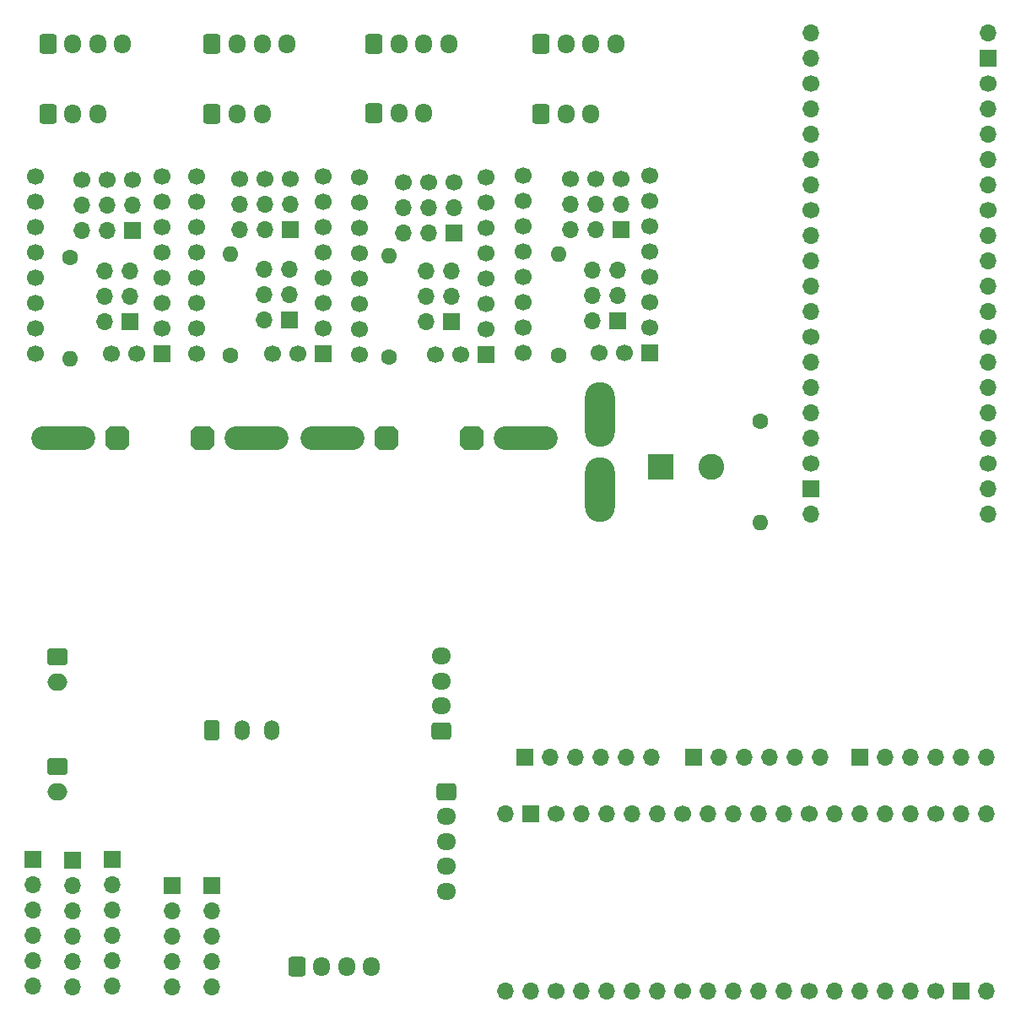
<source format=gbr>
%TF.GenerationSoftware,KiCad,Pcbnew,9.0.0*%
%TF.CreationDate,2025-03-23T11:29:05+11:00*%
%TF.ProjectId,OpenA1K,4f70656e-4131-44b2-9e6b-696361645f70,1*%
%TF.SameCoordinates,Original*%
%TF.FileFunction,Copper,L1,Top*%
%TF.FilePolarity,Positive*%
%FSLAX46Y46*%
G04 Gerber Fmt 4.6, Leading zero omitted, Abs format (unit mm)*
G04 Created by KiCad (PCBNEW 9.0.0) date 2025-03-23 11:29:05*
%MOMM*%
%LPD*%
G01*
G04 APERTURE LIST*
G04 Aperture macros list*
%AMRoundRect*
0 Rectangle with rounded corners*
0 $1 Rounding radius*
0 $2 $3 $4 $5 $6 $7 $8 $9 X,Y pos of 4 corners*
0 Add a 4 corners polygon primitive as box body*
4,1,4,$2,$3,$4,$5,$6,$7,$8,$9,$2,$3,0*
0 Add four circle primitives for the rounded corners*
1,1,$1+$1,$2,$3*
1,1,$1+$1,$4,$5*
1,1,$1+$1,$6,$7*
1,1,$1+$1,$8,$9*
0 Add four rect primitives between the rounded corners*
20,1,$1+$1,$2,$3,$4,$5,0*
20,1,$1+$1,$4,$5,$6,$7,0*
20,1,$1+$1,$6,$7,$8,$9,0*
20,1,$1+$1,$8,$9,$2,$3,0*%
%AMOutline5P*
0 Free polygon, 5 corners , with rotation*
0 The origin of the aperture is its center*
0 number of corners: always 5*
0 $1 to $10 corner X, Y*
0 $11 Rotation angle, in degrees counterclockwise*
0 create outline with 5 corners*
4,1,5,$1,$2,$3,$4,$5,$6,$7,$8,$9,$10,$1,$2,$11*%
%AMOutline6P*
0 Free polygon, 6 corners , with rotation*
0 The origin of the aperture is its center*
0 number of corners: always 6*
0 $1 to $12 corner X, Y*
0 $13 Rotation angle, in degrees counterclockwise*
0 create outline with 6 corners*
4,1,6,$1,$2,$3,$4,$5,$6,$7,$8,$9,$10,$11,$12,$1,$2,$13*%
%AMOutline7P*
0 Free polygon, 7 corners , with rotation*
0 The origin of the aperture is its center*
0 number of corners: always 7*
0 $1 to $14 corner X, Y*
0 $15 Rotation angle, in degrees counterclockwise*
0 create outline with 7 corners*
4,1,7,$1,$2,$3,$4,$5,$6,$7,$8,$9,$10,$11,$12,$13,$14,$1,$2,$15*%
%AMOutline8P*
0 Free polygon, 8 corners , with rotation*
0 The origin of the aperture is its center*
0 number of corners: always 8*
0 $1 to $16 corner X, Y*
0 $17 Rotation angle, in degrees counterclockwise*
0 create outline with 8 corners*
4,1,8,$1,$2,$3,$4,$5,$6,$7,$8,$9,$10,$11,$12,$13,$14,$15,$16,$1,$2,$17*%
G04 Aperture macros list end*
%TA.AperFunction,ComponentPad*%
%ADD10RoundRect,0.250001X-0.499999X-0.759999X0.499999X-0.759999X0.499999X0.759999X-0.499999X0.759999X0*%
%TD*%
%TA.AperFunction,ComponentPad*%
%ADD11O,1.500000X2.020000*%
%TD*%
%TA.AperFunction,ComponentPad*%
%ADD12O,2.000000X1.700000*%
%TD*%
%TA.AperFunction,ComponentPad*%
%ADD13RoundRect,0.250000X-0.750000X0.600000X-0.750000X-0.600000X0.750000X-0.600000X0.750000X0.600000X0*%
%TD*%
%TA.AperFunction,ComponentPad*%
%ADD14RoundRect,0.250000X-0.600000X-0.725000X0.600000X-0.725000X0.600000X0.725000X-0.600000X0.725000X0*%
%TD*%
%TA.AperFunction,ComponentPad*%
%ADD15O,1.700000X1.950000*%
%TD*%
%TA.AperFunction,ComponentPad*%
%ADD16RoundRect,0.250000X-0.725000X0.600000X-0.725000X-0.600000X0.725000X-0.600000X0.725000X0.600000X0*%
%TD*%
%TA.AperFunction,ComponentPad*%
%ADD17O,1.950000X1.700000*%
%TD*%
%TA.AperFunction,ComponentPad*%
%ADD18O,1.700000X1.700000*%
%TD*%
%TA.AperFunction,ComponentPad*%
%ADD19R,1.700000X1.700000*%
%TD*%
%TA.AperFunction,ComponentPad*%
%ADD20RoundRect,0.250000X0.725000X-0.600000X0.725000X0.600000X-0.725000X0.600000X-0.725000X-0.600000X0*%
%TD*%
%TA.AperFunction,ComponentPad*%
%ADD21C,1.700000*%
%TD*%
%TA.AperFunction,ComponentPad*%
%ADD22C,1.600000*%
%TD*%
%TA.AperFunction,ComponentPad*%
%ADD23O,1.600000X1.600000*%
%TD*%
%TA.AperFunction,ComponentPad*%
%ADD24O,3.000000X6.500000*%
%TD*%
%TA.AperFunction,ComponentPad*%
%ADD25Outline8P,-1.200000X0.720000X-0.720000X1.200000X0.720000X1.200000X1.200000X0.720000X1.200000X-0.720000X0.720000X-1.200000X-0.720000X-1.200000X-1.200000X-0.720000X0.000000*%
%TD*%
%TA.AperFunction,ComponentPad*%
%ADD26O,6.400000X2.400000*%
%TD*%
%TA.AperFunction,ComponentPad*%
%ADD27Outline8P,-1.200000X0.720000X-0.720000X1.200000X0.720000X1.200000X1.200000X0.720000X1.200000X-0.720000X0.720000X-1.200000X-0.720000X-1.200000X-1.200000X-0.720000X180.000000*%
%TD*%
%TA.AperFunction,ComponentPad*%
%ADD28R,2.600000X2.600000*%
%TD*%
%TA.AperFunction,ComponentPad*%
%ADD29C,2.600000*%
%TD*%
G04 APERTURE END LIST*
D10*
%TO.P,J26,1,Pin_1*%
%TO.N,/Toolhead-OpenA1K/24v*%
X77500000Y-107320000D03*
D11*
%TO.P,J26,2,Pin_2*%
%TO.N,/Toolhead-OpenA1K/COIL-A2*%
X80500000Y-107320000D03*
%TO.P,J26,3,Pin_3*%
%TO.N,/Toolhead-OpenA1K/GND*%
X83500000Y-107320000D03*
%TD*%
D12*
%TO.P,J16,2,Pin_2*%
%TO.N,Net-(D1-K)*%
X62000000Y-113500000D03*
D13*
%TO.P,J16,1,Pin_1*%
%TO.N,Net-(D1-A)*%
X62000000Y-111000000D03*
%TD*%
%TO.P,J17,1,Pin_1*%
%TO.N,/Toolhead-OpenA1K/3V3*%
X62000000Y-100000000D03*
D12*
%TO.P,J17,2,Pin_2*%
%TO.N,/Toolhead-OpenA1K/THM_SG*%
X62000000Y-102500000D03*
%TD*%
D14*
%TO.P,J18,1,Pin_1*%
%TO.N,/Toolhead-OpenA1K/GND*%
X86000000Y-131000000D03*
D15*
%TO.P,J18,2,Pin_2*%
%TO.N,/Toolhead-OpenA1K/24V*%
X88500000Y-131000000D03*
%TO.P,J18,3,Pin_3*%
%TO.N,/Toolhead-OpenA1K/PCF_SG*%
X91000000Y-131000000D03*
%TO.P,J18,4,Pin_4*%
%TO.N,/Toolhead-OpenA1K/EXF_PWM*%
X93500000Y-131000000D03*
%TD*%
D16*
%TO.P,J19,1,Pin_1*%
%TO.N,unconnected-(J19-Pin_1-Pad1)*%
X101000000Y-113500000D03*
D17*
%TO.P,J19,2,Pin_2*%
%TO.N,/Toolhead-OpenA1K/GND_LV*%
X101000000Y-116000000D03*
%TO.P,J19,3,Pin_3*%
%TO.N,/Toolhead-OpenA1K/5V*%
X101000000Y-118500000D03*
%TO.P,J19,4,Pin_4*%
%TO.N,/Toolhead-OpenA1K/EXF_SG*%
X101000000Y-121000000D03*
%TO.P,J19,5,Pin_5*%
%TO.N,/Toolhead-OpenA1K/EXF_PWM*%
X101000000Y-123500000D03*
%TD*%
D18*
%TO.P,J25,6,Pin_6*%
%TO.N,/Toolhead-OpenA1K/GND_SP*%
X121540000Y-110000000D03*
%TO.P,J25,5,Pin_5*%
X119000000Y-110000000D03*
%TO.P,J25,4,Pin_4*%
%TO.N,/Toolhead-OpenA1K/5V_SP*%
X116460000Y-110000000D03*
%TO.P,J25,3,Pin_3*%
%TO.N,/Toolhead-OpenA1K/3V3_SP*%
X113920000Y-110000000D03*
%TO.P,J25,2,Pin_2*%
%TO.N,/Toolhead-OpenA1K/GND_SP*%
X111380000Y-110000000D03*
D19*
%TO.P,J25,1,Pin_1*%
X108840000Y-110000000D03*
%TD*%
D17*
%TO.P,ExtruderMotor1,4,Pin_4*%
%TO.N,/Toolhead-OpenA1K/COIL-A2*%
X100500000Y-99900000D03*
%TO.P,ExtruderMotor1,3,Pin_3*%
%TO.N,/Toolhead-OpenA1K/COIL-A1*%
X100500000Y-102400000D03*
%TO.P,ExtruderMotor1,2,Pin_2*%
%TO.N,/Toolhead-OpenA1K/COIL-B1*%
X100500000Y-104900000D03*
D20*
%TO.P,ExtruderMotor1,1,Pin_1*%
%TO.N,/Toolhead-OpenA1K/COIL-B2*%
X100500000Y-107400000D03*
%TD*%
D18*
%TO.P,J23,6,Pin_6*%
%TO.N,Net-(J23-Pin_6)*%
X138540000Y-110000000D03*
%TO.P,J23,5,Pin_5*%
%TO.N,Net-(J23-Pin_5)*%
X136000000Y-110000000D03*
%TO.P,J23,4,Pin_4*%
%TO.N,Net-(J23-Pin_4)*%
X133460000Y-110000000D03*
%TO.P,J23,3,Pin_3*%
%TO.N,Net-(J23-Pin_3)*%
X130920000Y-110000000D03*
%TO.P,J23,2,Pin_2*%
%TO.N,Net-(J23-Pin_2)*%
X128380000Y-110000000D03*
D19*
%TO.P,J23,1,Pin_1*%
%TO.N,Net-(J23-Pin_1)*%
X125840000Y-110000000D03*
%TD*%
D18*
%TO.P,U2,40,VBUS*%
%TO.N,/Toolhead-OpenA1K/5V_SP*%
X106920000Y-115720000D03*
D19*
%TO.P,U2,39,VSYS*%
%TO.N,unconnected-(U2-VSYS-Pad39)*%
X109460000Y-115720000D03*
D21*
%TO.P,U2,38,GND*%
%TO.N,unconnected-(U2-GND-Pad38)*%
X112000000Y-115720000D03*
D18*
%TO.P,U2,37,3V3_EN*%
%TO.N,unconnected-(U2-3V3_EN-Pad37)*%
X114540000Y-115720000D03*
%TO.P,U2,36,3V3*%
%TO.N,/Toolhead-OpenA1K/3V3_SP*%
X117080000Y-115720000D03*
%TO.P,U2,35,ADC_VREF*%
%TO.N,unconnected-(U2-ADC_VREF-Pad35)*%
X119620000Y-115720000D03*
%TO.P,U2,34,GPIO28_ADC2*%
%TO.N,unconnected-(U2-GPIO28_ADC2-Pad34)*%
X122160000Y-115720000D03*
D21*
%TO.P,U2,33,AGND*%
%TO.N,unconnected-(U2-AGND-Pad33)*%
X124700000Y-115720000D03*
D18*
%TO.P,U2,32,GPIO27_ADC1*%
%TO.N,unconnected-(U2-GPIO27_ADC1-Pad32)*%
X127240000Y-115720000D03*
%TO.P,U2,31,GPIO26_ADC0*%
%TO.N,Net-(J23-Pin_4)*%
X129780000Y-115720000D03*
%TO.P,U2,30,RUN*%
%TO.N,unconnected-(U2-RUN-Pad30)*%
X132320000Y-115720000D03*
%TO.P,U2,29,GPIO22*%
%TO.N,unconnected-(U2-GPIO22-Pad29)*%
X134860000Y-115720000D03*
D21*
%TO.P,U2,28,GND*%
%TO.N,unconnected-(U2-GND-Pad28)*%
X137400000Y-115720000D03*
D18*
%TO.P,U2,27,GPIO21*%
%TO.N,unconnected-(U2-GPIO21-Pad27)*%
X139940000Y-115720000D03*
%TO.P,U2,26,GPIO20*%
%TO.N,unconnected-(U2-GPIO20-Pad26)*%
X142480000Y-115720000D03*
%TO.P,U2,25,GPIO19*%
%TO.N,unconnected-(U2-GPIO19-Pad25)*%
X145020000Y-115720000D03*
%TO.P,U2,24,GPIO18*%
%TO.N,unconnected-(U2-GPIO18-Pad24)*%
X147560000Y-115720000D03*
D21*
%TO.P,U2,23,GND*%
%TO.N,unconnected-(U2-GND-Pad23)*%
X150100000Y-115720000D03*
D18*
%TO.P,U2,22,GPIO17*%
%TO.N,unconnected-(U2-GPIO17-Pad22)*%
X152640000Y-115720000D03*
%TO.P,U2,21,GPIO16*%
%TO.N,unconnected-(U2-GPIO16-Pad21)*%
X155180000Y-115720000D03*
%TO.P,U2,20,GPIO15*%
%TO.N,unconnected-(U2-GPIO15-Pad20)*%
X155180000Y-133500000D03*
D19*
%TO.P,U2,19,GPIO14*%
%TO.N,unconnected-(U2-GPIO14-Pad19)*%
X152640000Y-133500000D03*
D21*
%TO.P,U2,18,GND*%
%TO.N,unconnected-(U2-GND-Pad18)*%
X150100000Y-133500000D03*
D18*
%TO.P,U2,17,GPIO13*%
%TO.N,unconnected-(U2-GPIO13-Pad17)*%
X147560000Y-133500000D03*
%TO.P,U2,16,GPIO12*%
%TO.N,unconnected-(U2-GPIO12-Pad16)*%
X145020000Y-133500000D03*
%TO.P,U2,15,GPIO11*%
%TO.N,unconnected-(U2-GPIO11-Pad15)*%
X142480000Y-133500000D03*
%TO.P,U2,14,GPIO10*%
%TO.N,Net-(J23-Pin_6)*%
X139940000Y-133500000D03*
D21*
%TO.P,U2,13,GND*%
%TO.N,/Toolhead-OpenA1K/GND_SP*%
X137400000Y-133500000D03*
D18*
%TO.P,U2,12,GPIO9*%
%TO.N,Net-(J23-Pin_5)*%
X134860000Y-133500000D03*
%TO.P,U2,11,GPIO8*%
%TO.N,Net-(J23-Pin_3)*%
X132320000Y-133500000D03*
%TO.P,U2,10,GPIO7*%
%TO.N,Net-(J23-Pin_2)*%
X129780000Y-133500000D03*
%TO.P,U2,9,GPIO6*%
%TO.N,Net-(J23-Pin_1)*%
X127240000Y-133500000D03*
D21*
%TO.P,U2,8,GND*%
%TO.N,/Toolhead-OpenA1K/GND_SP*%
X124700000Y-133500000D03*
D18*
%TO.P,U2,7,GPIO5*%
%TO.N,Net-(J22-Pin_6)*%
X122160000Y-133500000D03*
%TO.P,U2,6,GPIO4*%
%TO.N,Net-(J22-Pin_5)*%
X119620000Y-133500000D03*
%TO.P,U2,5,GPIO3*%
%TO.N,Net-(J22-Pin_4)*%
X117080000Y-133500000D03*
%TO.P,U2,4,GPIO2*%
%TO.N,Net-(J22-Pin_3)*%
X114540000Y-133500000D03*
D21*
%TO.P,U2,3,GND*%
%TO.N,/Toolhead-OpenA1K/GND_SP*%
X112000000Y-133500000D03*
D18*
%TO.P,U2,2,GPIO1*%
%TO.N,Net-(J22-Pin_2)*%
X109460000Y-133500000D03*
%TO.P,U2,1,GPIO0*%
%TO.N,Net-(J22-Pin_1)*%
X106920000Y-133500000D03*
%TD*%
%TO.P,J22,6,Pin_6*%
%TO.N,Net-(J22-Pin_6)*%
X155160000Y-110000000D03*
%TO.P,J22,5,Pin_5*%
%TO.N,Net-(J22-Pin_5)*%
X152620000Y-110000000D03*
%TO.P,J22,4,Pin_4*%
%TO.N,Net-(J22-Pin_4)*%
X150080000Y-110000000D03*
%TO.P,J22,3,Pin_3*%
%TO.N,Net-(J22-Pin_3)*%
X147540000Y-110000000D03*
%TO.P,J22,2,Pin_2*%
%TO.N,Net-(J22-Pin_2)*%
X145000000Y-110000000D03*
D19*
%TO.P,J22,1,Pin_1*%
%TO.N,Net-(J22-Pin_1)*%
X142460000Y-110000000D03*
%TD*%
%TO.P,J24,1,Pin_1*%
%TO.N,/Toolhead-OpenA1K/GND_LV*%
X67500000Y-120300000D03*
D18*
%TO.P,J24,2,Pin_2*%
X67500000Y-122840000D03*
%TO.P,J24,3,Pin_3*%
%TO.N,/Toolhead-OpenA1K/3V3*%
X67500000Y-125380000D03*
%TO.P,J24,4,Pin_4*%
%TO.N,/Toolhead-OpenA1K/5V*%
X67500000Y-127920000D03*
%TO.P,J24,5,Pin_5*%
%TO.N,/Toolhead-OpenA1K/GND_LV*%
X67500000Y-130460000D03*
%TO.P,J24,6,Pin_6*%
X67500000Y-133000000D03*
%TD*%
D22*
%TO.P,R5,1*%
%TO.N,/Mainboard-OpenA1K/UART_TX*%
X132500000Y-76340000D03*
D23*
%TO.P,R5,2*%
%TO.N,/Mainboard-OpenA1K/UART_RX*%
X132500000Y-86500000D03*
%TD*%
D24*
%TO.P,F1,1*%
%TO.N,Net-(J9-Pin_2)*%
X116404999Y-75670000D03*
%TO.P,F1,2*%
%TO.N,VDD*%
X116405000Y-83170000D03*
%TD*%
D25*
%TO.P,C4,1*%
%TO.N,VDD*%
X103500000Y-78000000D03*
D26*
%TO.P,C4,2*%
%TO.N,GND*%
X108960000Y-78000000D03*
%TD*%
D27*
%TO.P,C3,1*%
%TO.N,VDD*%
X95000000Y-78000000D03*
D26*
%TO.P,C3,2*%
%TO.N,GND*%
X89540000Y-78000000D03*
%TD*%
D25*
%TO.P,C2,1*%
%TO.N,VDD*%
X76500000Y-78000000D03*
D26*
%TO.P,C2,2*%
%TO.N,GND*%
X81960000Y-78000000D03*
%TD*%
D27*
%TO.P,C1,1*%
%TO.N,VDD*%
X68000000Y-78000000D03*
D26*
%TO.P,C1,2*%
%TO.N,GND*%
X62540000Y-78000000D03*
%TD*%
D18*
%TO.P,U1,1,GPIO0*%
%TO.N,/Mainboard-OpenA1K/M1-EN*%
X137610000Y-37370000D03*
%TO.P,U1,2,GPIO1*%
%TO.N,/Mainboard-OpenA1K/M1-DIAG*%
X137610000Y-39910000D03*
D21*
%TO.P,U1,3,GND*%
%TO.N,GND*%
X137610000Y-42450000D03*
D18*
%TO.P,U1,4,GPIO2*%
%TO.N,/Mainboard-OpenA1K/M1-STEP*%
X137610000Y-44990000D03*
%TO.P,U1,5,GPIO3*%
%TO.N,/Mainboard-OpenA1K/M1-DIR*%
X137610000Y-47530000D03*
%TO.P,U1,6,GPIO4*%
%TO.N,/Mainboard-OpenA1K/SPI_CS1*%
X137610000Y-50070000D03*
%TO.P,U1,7,GPIO5*%
%TO.N,/Mainboard-OpenA1K/M2-EN*%
X137610000Y-52610000D03*
D21*
%TO.P,U1,8,GND*%
%TO.N,GND*%
X137610000Y-55150000D03*
D18*
%TO.P,U1,9,GPIO6*%
%TO.N,/Mainboard-OpenA1K/M2-DIAG*%
X137610000Y-57690000D03*
%TO.P,U1,10,GPIO7*%
%TO.N,/Mainboard-OpenA1K/M2-STEP*%
X137610000Y-60230000D03*
%TO.P,U1,11,GPIO8*%
%TO.N,/Mainboard-OpenA1K/M2-DIR*%
X137610000Y-62770000D03*
%TO.P,U1,12,GPIO9*%
%TO.N,/Mainboard-OpenA1K/SPI_CS2*%
X137610000Y-65310000D03*
D21*
%TO.P,U1,13,GND*%
%TO.N,GND*%
X137610000Y-67850000D03*
D18*
%TO.P,U1,14,GPIO10*%
%TO.N,/Mainboard-OpenA1K/M3-EN*%
X137610000Y-70390000D03*
%TO.P,U1,15,GPIO11*%
%TO.N,/Mainboard-OpenA1K/M3-DIAG*%
X137610000Y-72930000D03*
%TO.P,U1,16,GPIO12*%
%TO.N,/Mainboard-OpenA1K/M3-STEP*%
X137610000Y-75470000D03*
%TO.P,U1,17,GPIO13*%
%TO.N,/Mainboard-OpenA1K/M3-DIR*%
X137610000Y-78010000D03*
D21*
%TO.P,U1,18,GND*%
%TO.N,GND*%
X137610000Y-80550000D03*
D19*
%TO.P,U1,19,GPIO14*%
%TO.N,/Mainboard-OpenA1K/UART_TX*%
X137610000Y-83090000D03*
D18*
%TO.P,U1,20,GPIO15*%
%TO.N,/Mainboard-OpenA1K/UART_RX*%
X137610000Y-85630000D03*
%TO.P,U1,21,GPIO16*%
%TO.N,SPI_MISO*%
X155390000Y-85630000D03*
%TO.P,U1,22,GPIO17*%
%TO.N,/Mainboard-OpenA1K/SPI_CS4*%
X155390000Y-83090000D03*
D21*
%TO.P,U1,23,GND*%
%TO.N,GND*%
X155390000Y-80550000D03*
D18*
%TO.P,U1,24,GPIO18*%
%TO.N,SPI_SCK*%
X155390000Y-78010000D03*
%TO.P,U1,25,GPIO19*%
%TO.N,SPI_MOSI*%
X155390000Y-75470000D03*
%TO.P,U1,26,GPIO20*%
%TO.N,/Mainboard-OpenA1K/M4-DIR*%
X155390000Y-72930000D03*
%TO.P,U1,27,GPIO21*%
%TO.N,/Mainboard-OpenA1K/SPARE*%
X155390000Y-70390000D03*
D21*
%TO.P,U1,28,GND*%
%TO.N,GND*%
X155390000Y-67850000D03*
D18*
%TO.P,U1,29,GPIO22*%
%TO.N,/Mainboard-OpenA1K/M4-STEP*%
X155390000Y-65310000D03*
%TO.P,U1,30,RUN*%
%TO.N,unconnected-(U1-RUN-Pad30)*%
X155390000Y-62770000D03*
%TO.P,U1,31,GPIO26_ADC0*%
%TO.N,/Mainboard-OpenA1K/M4-DIAG*%
X155390000Y-60230000D03*
%TO.P,U1,32,GPIO27_ADC1*%
%TO.N,/Mainboard-OpenA1K/M4-EN*%
X155390000Y-57690000D03*
D21*
%TO.P,U1,33,AGND*%
%TO.N,GND*%
X155390000Y-55150000D03*
D18*
%TO.P,U1,34,GPIO28_ADC2*%
%TO.N,/Mainboard-OpenA1K/SPI_CS3*%
X155390000Y-52610000D03*
%TO.P,U1,35,ADC_VREF*%
%TO.N,unconnected-(U1-ADC_VREF-Pad35)*%
X155390000Y-50070000D03*
%TO.P,U1,36,3V3*%
%TO.N,+3V3*%
X155390000Y-47530000D03*
%TO.P,U1,37,3V3_EN*%
%TO.N,unconnected-(U1-3V3_EN-Pad37)*%
X155390000Y-44990000D03*
D21*
%TO.P,U1,38,GND*%
%TO.N,GND*%
X155390000Y-42450000D03*
D19*
%TO.P,U1,39,VSYS*%
%TO.N,unconnected-(U1-VSYS-Pad39)*%
X155390000Y-39910000D03*
D18*
%TO.P,U1,40,VBUS*%
%TO.N,unconnected-(U1-VBUS-Pad40)*%
X155390000Y-37370000D03*
%TD*%
D19*
%TO.P,M6,1,ENABLE*%
%TO.N,/Mainboard-OpenA1K/M3-EN*%
X104981700Y-69662300D03*
D21*
%TO.P,M6,2,MS1*%
%TO.N,/Mainboard-OpenA1K/Stepstick-Slot3/MS1*%
X104981700Y-67122300D03*
%TO.P,M6,3,MS2*%
%TO.N,/Mainboard-OpenA1K/Stepstick-Slot3/MS2*%
X104981700Y-64582300D03*
%TO.P,M6,4,PDN1*%
%TO.N,/Mainboard-OpenA1K/Stepstick-Slot3/PDN1*%
X104981700Y-62042300D03*
%TO.P,M6,5,PDN2*%
%TO.N,/Mainboard-OpenA1K/Stepstick-Slot3/PDN2*%
X104981700Y-59502300D03*
%TO.P,M6,6,CLK*%
%TO.N,/Mainboard-OpenA1K/Stepstick-Slot3/CLK*%
X104981700Y-56962300D03*
%TO.P,M6,7,STEP*%
%TO.N,/Mainboard-OpenA1K/M3-STEP*%
X104981700Y-54422300D03*
%TO.P,M6,8,DIR*%
%TO.N,/Mainboard-OpenA1K/M3-DIR*%
X104981700Y-51882300D03*
%TO.P,M6,9,GND*%
%TO.N,GND*%
X92281700Y-51882300D03*
%TO.P,M6,10,VDD*%
%TO.N,+3V3*%
X92281700Y-54422300D03*
%TO.P,M6,11,B2*%
%TO.N,/Mainboard-OpenA1K/Stepstick-Slot3/COIL-B2*%
X92281700Y-56962300D03*
%TO.P,M6,12,B1*%
%TO.N,/Mainboard-OpenA1K/Stepstick-Slot3/COIL-B1*%
X92281700Y-59502300D03*
%TO.P,M6,13,A1*%
%TO.N,/Mainboard-OpenA1K/Stepstick-Slot3/COIL-A1*%
X92281700Y-62042300D03*
%TO.P,M6,14,A2*%
%TO.N,/Mainboard-OpenA1K/Stepstick-Slot3/COIL-A2*%
X92281700Y-64582300D03*
%TO.P,M6,15,GND*%
%TO.N,GND*%
X92281700Y-67122300D03*
%TO.P,M6,16,VM*%
%TO.N,VDD*%
X92281700Y-69662300D03*
%TO.P,M6,17,INDEX*%
%TO.N,unconnected-(M6-INDEX-Pad17)*%
X102441700Y-69662300D03*
%TO.P,M6,18,DIAG*%
%TO.N,/Mainboard-OpenA1K/Stepstick-Slot3/DIAG_INT*%
X99901700Y-69662300D03*
%TD*%
D19*
%TO.P,M5,1*%
%TO.N,SPI_SCK*%
X101781700Y-57462300D03*
D18*
%TO.P,M5,2*%
%TO.N,/Mainboard-OpenA1K/Stepstick-Slot3/MS2*%
X99241700Y-57462300D03*
%TO.P,M5,3*%
%TO.N,+3V3*%
X96701700Y-57462300D03*
%TO.P,M5,4*%
%TO.N,SPI_MOSI*%
X101781700Y-54922300D03*
%TO.P,M5,5*%
%TO.N,/Mainboard-OpenA1K/Stepstick-Slot3/MS1*%
X99241700Y-54922300D03*
%TO.P,M5,6*%
%TO.N,+3V3*%
X96701700Y-54922300D03*
D21*
%TO.P,M5,7*%
%TO.N,/Mainboard-OpenA1K/SPI_CS3*%
X101781700Y-52382300D03*
%TO.P,M5,8*%
%TO.N,/Mainboard-OpenA1K/Stepstick-Slot3/PDN1*%
X99241700Y-52382300D03*
%TO.P,M5,9*%
%TO.N,/Mainboard-OpenA1K/UART_RX*%
X96701700Y-52382300D03*
%TD*%
D19*
%TO.P,M4,1,ENABLE*%
%TO.N,/Mainboard-OpenA1K/M2-EN*%
X88624800Y-69539700D03*
D21*
%TO.P,M4,2,MS1*%
%TO.N,/Mainboard-OpenA1K/Stepstick-Slot2/MS1*%
X88624800Y-66999700D03*
%TO.P,M4,3,MS2*%
%TO.N,/Mainboard-OpenA1K/Stepstick-Slot2/MS2*%
X88624800Y-64459700D03*
%TO.P,M4,4,PDN1*%
%TO.N,/Mainboard-OpenA1K/Stepstick-Slot2/PDN1*%
X88624800Y-61919700D03*
%TO.P,M4,5,PDN2*%
%TO.N,/Mainboard-OpenA1K/Stepstick-Slot2/PDN2*%
X88624800Y-59379700D03*
%TO.P,M4,6,CLK*%
%TO.N,/Mainboard-OpenA1K/Stepstick-Slot2/CLK*%
X88624800Y-56839700D03*
%TO.P,M4,7,STEP*%
%TO.N,/Mainboard-OpenA1K/M2-STEP*%
X88624800Y-54299700D03*
%TO.P,M4,8,DIR*%
%TO.N,/Mainboard-OpenA1K/M2-DIR*%
X88624800Y-51759700D03*
%TO.P,M4,9,GND*%
%TO.N,GND*%
X75924800Y-51759700D03*
%TO.P,M4,10,VDD*%
%TO.N,+3V3*%
X75924800Y-54299700D03*
%TO.P,M4,11,B2*%
%TO.N,/Mainboard-OpenA1K/Stepstick-Slot2/COIL-B2*%
X75924800Y-56839700D03*
%TO.P,M4,12,B1*%
%TO.N,/Mainboard-OpenA1K/Stepstick-Slot2/COIL-B1*%
X75924800Y-59379700D03*
%TO.P,M4,13,A1*%
%TO.N,/Mainboard-OpenA1K/Stepstick-Slot2/COIL-A1*%
X75924800Y-61919700D03*
%TO.P,M4,14,A2*%
%TO.N,/Mainboard-OpenA1K/Stepstick-Slot2/COIL-A2*%
X75924800Y-64459700D03*
%TO.P,M4,15,GND*%
%TO.N,GND*%
X75924800Y-66999700D03*
%TO.P,M4,16,VM*%
%TO.N,VDD*%
X75924800Y-69539700D03*
%TO.P,M4,17,INDEX*%
%TO.N,unconnected-(M4-INDEX-Pad17)*%
X86084800Y-69539700D03*
%TO.P,M4,18,DIAG*%
%TO.N,/Mainboard-OpenA1K/Stepstick-Slot2/DIAG_INT*%
X83544800Y-69539700D03*
%TD*%
D19*
%TO.P,M3,1*%
%TO.N,SPI_SCK*%
X85364800Y-57149700D03*
D18*
%TO.P,M3,2*%
%TO.N,/Mainboard-OpenA1K/Stepstick-Slot2/MS2*%
X82824800Y-57149700D03*
%TO.P,M3,3*%
%TO.N,+3V3*%
X80284800Y-57149700D03*
%TO.P,M3,4*%
%TO.N,SPI_MOSI*%
X85364800Y-54609700D03*
%TO.P,M3,5*%
%TO.N,/Mainboard-OpenA1K/Stepstick-Slot2/MS1*%
X82824800Y-54609700D03*
%TO.P,M3,6*%
%TO.N,GND*%
X80284800Y-54609700D03*
D21*
%TO.P,M3,7*%
%TO.N,/Mainboard-OpenA1K/SPI_CS2*%
X85364800Y-52069700D03*
%TO.P,M3,8*%
%TO.N,/Mainboard-OpenA1K/Stepstick-Slot2/PDN1*%
X82824800Y-52069700D03*
%TO.P,M3,9*%
%TO.N,/Mainboard-OpenA1K/UART_RX*%
X80284800Y-52069700D03*
%TD*%
D19*
%TO.P,M2,1,ENABLE*%
%TO.N,/Mainboard-OpenA1K/M1-EN*%
X72460800Y-69535600D03*
D21*
%TO.P,M2,2,MS1*%
%TO.N,/Mainboard-OpenA1K/Stepstick-Slot1/MS1*%
X72460800Y-66995600D03*
%TO.P,M2,3,MS2*%
%TO.N,/Mainboard-OpenA1K/Stepstick-Slot1/MS2*%
X72460800Y-64455600D03*
%TO.P,M2,4,PDN1*%
%TO.N,/Mainboard-OpenA1K/Stepstick-Slot1/PDN1*%
X72460800Y-61915600D03*
%TO.P,M2,5,PDN2*%
%TO.N,/Mainboard-OpenA1K/Stepstick-Slot1/PDN2*%
X72460800Y-59375600D03*
%TO.P,M2,6,CLK*%
%TO.N,/Mainboard-OpenA1K/Stepstick-Slot1/CLK*%
X72460800Y-56835600D03*
%TO.P,M2,7,STEP*%
%TO.N,/Mainboard-OpenA1K/M1-STEP*%
X72460800Y-54295600D03*
%TO.P,M2,8,DIR*%
%TO.N,/Mainboard-OpenA1K/M1-DIR*%
X72460800Y-51755600D03*
%TO.P,M2,9,GND*%
%TO.N,GND*%
X59760800Y-51755600D03*
%TO.P,M2,10,VDD*%
%TO.N,+3V3*%
X59760800Y-54295600D03*
%TO.P,M2,11,B2*%
%TO.N,/Mainboard-OpenA1K/Stepstick-Slot1/COIL-B2*%
X59760800Y-56835600D03*
%TO.P,M2,12,B1*%
%TO.N,/Mainboard-OpenA1K/Stepstick-Slot1/COIL-B1*%
X59760800Y-59375600D03*
%TO.P,M2,13,A1*%
%TO.N,/Mainboard-OpenA1K/Stepstick-Slot1/COIL-A1*%
X59760800Y-61915600D03*
%TO.P,M2,14,A2*%
%TO.N,/Mainboard-OpenA1K/Stepstick-Slot1/COIL-A2*%
X59760800Y-64455600D03*
%TO.P,M2,15,GND*%
%TO.N,GND*%
X59760800Y-66995600D03*
%TO.P,M2,16,VM*%
%TO.N,VDD*%
X59760800Y-69535600D03*
%TO.P,M2,17,INDEX*%
%TO.N,unconnected-(M2-INDEX-Pad17)*%
X69920800Y-69535600D03*
%TO.P,M2,18,DIAG*%
%TO.N,/Mainboard-OpenA1K/Stepstick-Slot1/DIAG_INT*%
X67380800Y-69535600D03*
%TD*%
D19*
%TO.P,M1,1*%
%TO.N,SPI_SCK*%
X69536800Y-57197500D03*
D18*
%TO.P,M1,2*%
%TO.N,/Mainboard-OpenA1K/Stepstick-Slot1/MS2*%
X66996800Y-57197500D03*
%TO.P,M1,3*%
%TO.N,GND*%
X64456800Y-57197500D03*
%TO.P,M1,4*%
%TO.N,SPI_MOSI*%
X69536800Y-54657500D03*
%TO.P,M1,5*%
%TO.N,/Mainboard-OpenA1K/Stepstick-Slot1/MS1*%
X66996800Y-54657500D03*
%TO.P,M1,6*%
%TO.N,+3V3*%
X64456800Y-54657500D03*
D21*
%TO.P,M1,7*%
%TO.N,/Mainboard-OpenA1K/SPI_CS1*%
X69536800Y-52117500D03*
%TO.P,M1,8*%
%TO.N,/Mainboard-OpenA1K/Stepstick-Slot1/PDN1*%
X66996800Y-52117500D03*
%TO.P,M1,9*%
%TO.N,/Mainboard-OpenA1K/UART_RX*%
X64456800Y-52117500D03*
%TD*%
D14*
%TO.P,J13,1,Pin_1*%
%TO.N,+3V3*%
X110500000Y-45500000D03*
D15*
%TO.P,J13,2,Pin_2*%
%TO.N,/Mainboard-OpenA1K/M4-DIAG*%
X113000000Y-45500000D03*
%TO.P,J13,3,Pin_3*%
%TO.N,GND*%
X115500000Y-45500000D03*
%TD*%
D14*
%TO.P,J12,1,Pin_1*%
%TO.N,+3V3*%
X77500000Y-45500000D03*
D15*
%TO.P,J12,2,Pin_2*%
%TO.N,/Mainboard-OpenA1K/M2-DIAG*%
X80000000Y-45500000D03*
%TO.P,J12,3,Pin_3*%
%TO.N,GND*%
X82500000Y-45500000D03*
%TD*%
D14*
%TO.P,J11,1,Pin_1*%
%TO.N,+3V3*%
X93750000Y-45475000D03*
D15*
%TO.P,J11,2,Pin_2*%
%TO.N,/Mainboard-OpenA1K/M3-DIAG*%
X96250000Y-45475000D03*
%TO.P,J11,3,Pin_3*%
%TO.N,GND*%
X98750000Y-45475000D03*
%TD*%
D14*
%TO.P,J10,1,Pin_1*%
%TO.N,+3V3*%
X61000000Y-45500000D03*
D15*
%TO.P,J10,2,Pin_2*%
%TO.N,/Mainboard-OpenA1K/M1-DIAG*%
X63500000Y-45500000D03*
%TO.P,J10,3,Pin_3*%
%TO.N,GND*%
X66000000Y-45500000D03*
%TD*%
D22*
%TO.P,R3,1*%
%TO.N,/Mainboard-OpenA1K/M3-EN*%
X95281700Y-69922300D03*
D23*
%TO.P,R3,2*%
%TO.N,+3V3*%
X95281700Y-59762300D03*
%TD*%
D22*
%TO.P,R2,1*%
%TO.N,/Mainboard-OpenA1K/M2-EN*%
X79284800Y-69729700D03*
D23*
%TO.P,R2,2*%
%TO.N,+3V3*%
X79284800Y-59569700D03*
%TD*%
D22*
%TO.P,R1,1*%
%TO.N,/Mainboard-OpenA1K/M1-EN*%
X63241600Y-59901600D03*
D23*
%TO.P,R1,2*%
%TO.N,+3V3*%
X63241600Y-70061600D03*
%TD*%
D19*
%TO.P,J21,1,Pin_1*%
%TO.N,/Toolhead-OpenA1K/GND_LV*%
X73500000Y-122880000D03*
D18*
%TO.P,J21,2,Pin_2*%
%TO.N,/Toolhead-OpenA1K/5V*%
X73500000Y-125420000D03*
%TO.P,J21,3,Pin_3*%
%TO.N,/Toolhead-OpenA1K/BL_SV*%
X73500000Y-127960000D03*
%TO.P,J21,4,Pin_4*%
%TO.N,/Toolhead-OpenA1K/GND_LV*%
X73500000Y-130500000D03*
%TO.P,J21,5,Pin_5*%
%TO.N,/Toolhead-OpenA1K/BL_PR*%
X73500000Y-133040000D03*
%TD*%
D19*
%TO.P,J20,1,Pin_1*%
%TO.N,/Toolhead-OpenA1K/GND_LV*%
X77500000Y-122880000D03*
D18*
%TO.P,J20,2,Pin_2*%
%TO.N,/Toolhead-OpenA1K/SFS_OP*%
X77500000Y-125420000D03*
%TO.P,J20,3,Pin_3*%
%TO.N,/Toolhead-OpenA1K/GND_LV*%
X77500000Y-127960000D03*
%TO.P,J20,4,Pin_4*%
%TO.N,/Toolhead-OpenA1K/5V*%
X77500000Y-130500000D03*
%TO.P,J20,5,Pin_5*%
%TO.N,/Toolhead-OpenA1K/SFS_SW*%
X77500000Y-133040000D03*
%TD*%
D19*
%TO.P,J15,1,Pin_1*%
%TO.N,/Toolhead-OpenA1K/SFS_OP*%
X63500000Y-120340000D03*
D18*
%TO.P,J15,2,Pin_2*%
%TO.N,/Toolhead-OpenA1K/EXF_SG*%
X63500000Y-122880000D03*
%TO.P,J15,3,Pin_3*%
%TO.N,/Toolhead-OpenA1K/PCF_SG*%
X63500000Y-125420000D03*
%TO.P,J15,4,Pin_4*%
%TO.N,/Toolhead-OpenA1K/THM_SG*%
X63500000Y-127960000D03*
%TO.P,J15,5,Pin_5*%
%TO.N,/Toolhead-OpenA1K/D+*%
X63500000Y-130500000D03*
%TO.P,J15,6,Pin_6*%
%TO.N,/Toolhead-OpenA1K/D-*%
X63500000Y-133040000D03*
%TD*%
D19*
%TO.P,J14,1,Pin_1*%
%TO.N,/Toolhead-OpenA1K/SFS_SW*%
X59500000Y-120300000D03*
D18*
%TO.P,J14,2,Pin_2*%
%TO.N,/Toolhead-OpenA1K/HT_CT*%
X59500000Y-122840000D03*
%TO.P,J14,3,Pin_3*%
%TO.N,/Toolhead-OpenA1K/BL_PR*%
X59500000Y-125380000D03*
%TO.P,J14,4,Pin_4*%
%TO.N,/Toolhead-OpenA1K/BL_SV*%
X59500000Y-127920000D03*
%TO.P,J14,5,Pin_5*%
%TO.N,/Toolhead-OpenA1K/PCF_PWM*%
X59500000Y-130460000D03*
%TO.P,J14,6,Pin_6*%
%TO.N,/Toolhead-OpenA1K/EXF_PWM*%
X59500000Y-133000000D03*
%TD*%
D28*
%TO.P,J9,1,Pin_1*%
%TO.N,GND*%
X122500000Y-80920000D03*
D29*
%TO.P,J9,2,Pin_2*%
%TO.N,Net-(J9-Pin_2)*%
X127580000Y-80920000D03*
%TD*%
D19*
%TO.P,J5,1,Pin_1*%
%TO.N,/Mainboard-OpenA1K/M3-DIAG*%
X101538500Y-66355000D03*
D18*
%TO.P,J5,2,Pin_2*%
%TO.N,/Mainboard-OpenA1K/Stepstick-Slot3/DIAG_INT*%
X98998500Y-66355000D03*
%TO.P,J5,3,Pin_3*%
%TO.N,/Mainboard-OpenA1K/Stepstick-Slot3/CLK*%
X101538500Y-63815000D03*
%TO.P,J5,4,Pin_4*%
%TO.N,/Mainboard-OpenA1K/Stepstick-Slot3/DIAG_INT*%
X98998500Y-63815000D03*
%TO.P,J5,5,Pin_5*%
%TO.N,SPI_MISO*%
X101538500Y-61275000D03*
%TO.P,J5,6,Pin_6*%
%TO.N,/Mainboard-OpenA1K/Stepstick-Slot3/PDN2*%
X98998500Y-61275000D03*
%TD*%
D19*
%TO.P,J3,1,Pin_1*%
%TO.N,/Mainboard-OpenA1K/M2-DIAG*%
X85284800Y-66189700D03*
D18*
%TO.P,J3,2,Pin_2*%
%TO.N,/Mainboard-OpenA1K/Stepstick-Slot2/DIAG_INT*%
X82744800Y-66189700D03*
%TO.P,J3,3,Pin_3*%
%TO.N,/Mainboard-OpenA1K/Stepstick-Slot2/CLK*%
X85284800Y-63649700D03*
%TO.P,J3,4,Pin_4*%
%TO.N,/Mainboard-OpenA1K/Stepstick-Slot2/DIAG_INT*%
X82744800Y-63649700D03*
%TO.P,J3,5,Pin_5*%
%TO.N,SPI_MISO*%
X85284800Y-61109700D03*
%TO.P,J3,6,Pin_6*%
%TO.N,/Mainboard-OpenA1K/Stepstick-Slot2/PDN2*%
X82744800Y-61109700D03*
%TD*%
D19*
%TO.P,J1,1,Pin_1*%
%TO.N,/Mainboard-OpenA1K/M1-DIAG*%
X69241600Y-66347100D03*
D18*
%TO.P,J1,2,Pin_2*%
%TO.N,/Mainboard-OpenA1K/Stepstick-Slot1/DIAG_INT*%
X66701600Y-66347100D03*
%TO.P,J1,3,Pin_3*%
%TO.N,/Mainboard-OpenA1K/Stepstick-Slot1/CLK*%
X69241600Y-63807100D03*
%TO.P,J1,4,Pin_4*%
%TO.N,/Mainboard-OpenA1K/Stepstick-Slot1/DIAG_INT*%
X66701600Y-63807100D03*
%TO.P,J1,5,Pin_5*%
%TO.N,SPI_MISO*%
X69241600Y-61267100D03*
%TO.P,J1,6,Pin_6*%
%TO.N,/Mainboard-OpenA1K/Stepstick-Slot1/PDN2*%
X66701600Y-61267100D03*
%TD*%
D19*
%TO.P,M8,1,ENABLE*%
%TO.N,/Mainboard-OpenA1K/M4-EN*%
X121424800Y-69469700D03*
D21*
%TO.P,M8,2,MS1*%
%TO.N,/Mainboard-OpenA1K/Stepstick-Slot4/MS1*%
X121424800Y-66929700D03*
%TO.P,M8,3,MS2*%
%TO.N,/Mainboard-OpenA1K/Stepstick-Slot4/MS2*%
X121424800Y-64389700D03*
%TO.P,M8,4,PDN1*%
%TO.N,/Mainboard-OpenA1K/Stepstick-Slot4/PDN1*%
X121424800Y-61849700D03*
%TO.P,M8,5,PDN2*%
%TO.N,/Mainboard-OpenA1K/Stepstick-Slot4/PDN2*%
X121424800Y-59309700D03*
%TO.P,M8,6,CLK*%
%TO.N,/Mainboard-OpenA1K/Stepstick-Slot4/CLK*%
X121424800Y-56769700D03*
%TO.P,M8,7,STEP*%
%TO.N,/Mainboard-OpenA1K/M4-STEP*%
X121424800Y-54229700D03*
%TO.P,M8,8,DIR*%
%TO.N,/Mainboard-OpenA1K/M4-DIR*%
X121424800Y-51689700D03*
%TO.P,M8,9,GND*%
%TO.N,GND*%
X108724800Y-51689700D03*
%TO.P,M8,10,VDD*%
%TO.N,+3V3*%
X108724800Y-54229700D03*
%TO.P,M8,11,B2*%
%TO.N,/Mainboard-OpenA1K/Stepstick-Slot4/COIL-B2*%
X108724800Y-56769700D03*
%TO.P,M8,12,B1*%
%TO.N,/Mainboard-OpenA1K/Stepstick-Slot4/COIL-B1*%
X108724800Y-59309700D03*
%TO.P,M8,13,A1*%
%TO.N,/Mainboard-OpenA1K/Stepstick-Slot4/COIL-A1*%
X108724800Y-61849700D03*
%TO.P,M8,14,A2*%
%TO.N,/Mainboard-OpenA1K/Stepstick-Slot4/COIL-A2*%
X108724800Y-64389700D03*
%TO.P,M8,15,GND*%
%TO.N,GND*%
X108724800Y-66929700D03*
%TO.P,M8,16,VM*%
%TO.N,VDD*%
X108724800Y-69469700D03*
%TO.P,M8,17,INDEX*%
%TO.N,unconnected-(M8-INDEX-Pad17)*%
X118884800Y-69469700D03*
%TO.P,M8,18,DIAG*%
%TO.N,/Mainboard-OpenA1K/Stepstick-Slot4/DIAG_INT*%
X116344800Y-69469700D03*
%TD*%
D19*
%TO.P,M7,1*%
%TO.N,SPI_SCK*%
X118507100Y-57085400D03*
D18*
%TO.P,M7,2*%
%TO.N,/Mainboard-OpenA1K/Stepstick-Slot4/MS2*%
X115967100Y-57085400D03*
%TO.P,M7,3*%
%TO.N,GND*%
X113427100Y-57085400D03*
%TO.P,M7,4*%
%TO.N,SPI_MOSI*%
X118507100Y-54545400D03*
%TO.P,M7,5*%
%TO.N,/Mainboard-OpenA1K/Stepstick-Slot4/MS1*%
X115967100Y-54545400D03*
%TO.P,M7,6*%
%TO.N,GND*%
X113427100Y-54545400D03*
D21*
%TO.P,M7,7*%
%TO.N,/Mainboard-OpenA1K/SPI_CS4*%
X118507100Y-52005400D03*
%TO.P,M7,8*%
%TO.N,/Mainboard-OpenA1K/Stepstick-Slot4/PDN1*%
X115967100Y-52005400D03*
%TO.P,M7,9*%
%TO.N,/Mainboard-OpenA1K/UART_RX*%
X113427100Y-52005400D03*
%TD*%
D19*
%TO.P,J7,1,Pin_1*%
%TO.N,/Mainboard-OpenA1K/M4-DIAG*%
X118153100Y-66256700D03*
D18*
%TO.P,J7,2,Pin_2*%
%TO.N,/Mainboard-OpenA1K/Stepstick-Slot4/DIAG_INT*%
X115613100Y-66256700D03*
%TO.P,J7,3,Pin_3*%
%TO.N,/Mainboard-OpenA1K/Stepstick-Slot4/CLK*%
X118153100Y-63716700D03*
%TO.P,J7,4,Pin_4*%
%TO.N,/Mainboard-OpenA1K/Stepstick-Slot4/DIAG_INT*%
X115613100Y-63716700D03*
%TO.P,J7,5,Pin_5*%
%TO.N,SPI_MISO*%
X118153100Y-61176700D03*
%TO.P,J7,6,Pin_6*%
%TO.N,/Mainboard-OpenA1K/Stepstick-Slot4/PDN2*%
X115613100Y-61176700D03*
%TD*%
D22*
%TO.P,R4,1*%
%TO.N,/Mainboard-OpenA1K/M4-EN*%
X112224800Y-69729700D03*
D23*
%TO.P,R4,2*%
%TO.N,+3V3*%
X112224800Y-59569700D03*
%TD*%
D14*
%TO.P,J8,1,Pin_1*%
%TO.N,/Mainboard-OpenA1K/Stepstick-Slot4/COIL-B2*%
X93750000Y-38475000D03*
D15*
%TO.P,J8,2,Pin_2*%
%TO.N,/Mainboard-OpenA1K/Stepstick-Slot4/COIL-B1*%
X96250000Y-38475000D03*
%TO.P,J8,3,Pin_3*%
%TO.N,/Mainboard-OpenA1K/Stepstick-Slot4/COIL-A1*%
X98750000Y-38475000D03*
%TO.P,J8,4,Pin_4*%
%TO.N,/Mainboard-OpenA1K/Stepstick-Slot4/COIL-A2*%
X101250000Y-38475000D03*
%TD*%
D14*
%TO.P,J6,1,Pin_1*%
%TO.N,/Mainboard-OpenA1K/Stepstick-Slot3/COIL-B2*%
X77500000Y-38500000D03*
D15*
%TO.P,J6,2,Pin_2*%
%TO.N,/Mainboard-OpenA1K/Stepstick-Slot3/COIL-B1*%
X80000000Y-38500000D03*
%TO.P,J6,3,Pin_3*%
%TO.N,/Mainboard-OpenA1K/Stepstick-Slot3/COIL-A1*%
X82500000Y-38500000D03*
%TO.P,J6,4,Pin_4*%
%TO.N,/Mainboard-OpenA1K/Stepstick-Slot3/COIL-A2*%
X85000000Y-38500000D03*
%TD*%
D14*
%TO.P,J4,1,Pin_1*%
%TO.N,/Mainboard-OpenA1K/Stepstick-Slot2/COIL-B2*%
X61000000Y-38500000D03*
D15*
%TO.P,J4,2,Pin_2*%
%TO.N,/Mainboard-OpenA1K/Stepstick-Slot2/COIL-B1*%
X63500000Y-38500000D03*
%TO.P,J4,3,Pin_3*%
%TO.N,/Mainboard-OpenA1K/Stepstick-Slot2/COIL-A1*%
X66000000Y-38500000D03*
%TO.P,J4,4,Pin_4*%
%TO.N,/Mainboard-OpenA1K/Stepstick-Slot2/COIL-A2*%
X68500000Y-38500000D03*
%TD*%
D14*
%TO.P,J2,1,Pin_1*%
%TO.N,/Mainboard-OpenA1K/Stepstick-Slot1/COIL-B2*%
X110500000Y-38500000D03*
D15*
%TO.P,J2,2,Pin_2*%
%TO.N,/Mainboard-OpenA1K/Stepstick-Slot1/COIL-B1*%
X113000000Y-38500000D03*
%TO.P,J2,3,Pin_3*%
%TO.N,/Mainboard-OpenA1K/Stepstick-Slot1/COIL-A1*%
X115500000Y-38500000D03*
%TO.P,J2,4,Pin_4*%
%TO.N,/Mainboard-OpenA1K/Stepstick-Slot1/COIL-A2*%
X118000000Y-38500000D03*
%TD*%
M02*

</source>
